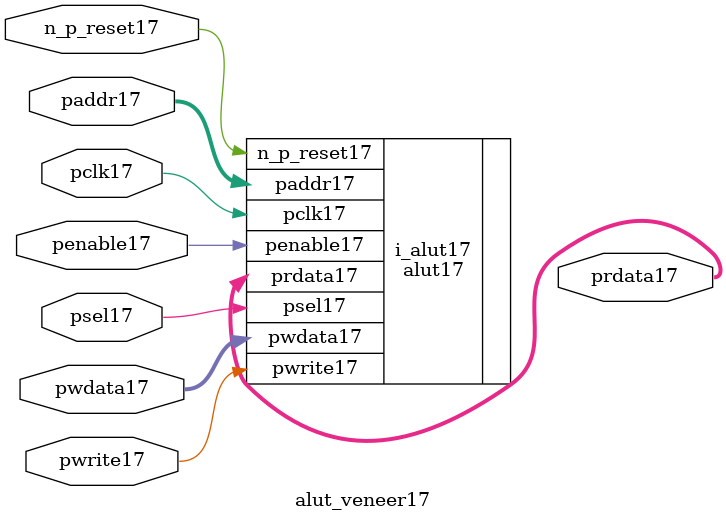
<source format=v>
module alut_veneer17
(   
   // Inputs17
   pclk17,
   n_p_reset17,
   psel17,            
   penable17,       
   pwrite17,         
   paddr17,           
   pwdata17,          

   // Outputs17
   prdata17  
);

   // APB17 Inputs17
   input             pclk17;               // APB17 clock17                          
   input             n_p_reset17;          // Reset17                              
   input             psel17;               // Module17 select17 signal17               
   input             penable17;            // Enable17 signal17                      
   input             pwrite17;             // Write when HIGH17 and read when LOW17  
   input [6:0]       paddr17;              // Address bus for read write         
   input [31:0]      pwdata17;             // APB17 write bus                      

   output [31:0]     prdata17;             // APB17 read bus                       


//-----------------------------------------------------------------------
//##############################################################################
// if the ALUT17 is NOT17 black17 boxed17 
//##############################################################################
`ifndef FV_KIT_BLACK_BOX_LUT17 


alut17 i_alut17 (
        //inputs17
        . n_p_reset17(n_p_reset17),
        . pclk17(pclk17),
        . psel17(psel17),
        . penable17(penable17),
        . pwrite17(pwrite17),
        . paddr17(paddr17[6:0]),
        . pwdata17(pwdata17),

        //outputs17
        . prdata17(prdata17)
);


`else 
//##############################################################################
// if the <module> is black17 boxed17 
//##############################################################################

   // APB17 Inputs17
   wire              pclk17;               // APB17 clock17                          
   wire              n_p_reset17;          // Reset17                              
   wire              psel17;               // Module17 select17 signal17               
   wire              penable17;            // Enable17 signal17                      
   wire              pwrite17;             // Write when HIGH17 and read when LOW17  
   wire  [6:0]       paddr17;              // Address bus for read write         
   wire  [31:0]      pwdata17;             // APB17 write bus                      

   reg   [31:0]      prdata17;             // APB17 read bus                       


`endif

endmodule

</source>
